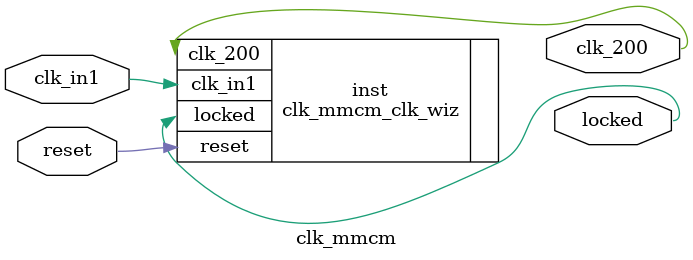
<source format=v>



`timescale 1ps/1ps

(* CORE_GENERATION_INFO = "clk_mmcm,clk_wiz_v6_0_10_0_0,{component_name=clk_mmcm,use_phase_alignment=true,use_min_o_jitter=false,use_max_i_jitter=false,use_dyn_phase_shift=false,use_inclk_switchover=false,use_dyn_reconfig=false,enable_axi=0,feedback_source=FDBK_AUTO,PRIMITIVE=MMCM,num_out_clk=1,clkin1_period=10.000,clkin2_period=10.000,use_power_down=false,use_reset=true,use_locked=true,use_inclk_stopped=false,feedback_type=SINGLE,CLOCK_MGR_TYPE=NA,manual_override=false}" *)

module clk_mmcm 
 (
  // Clock out ports
  output        clk_200,
  // Status and control signals
  input         reset,
  output        locked,
 // Clock in ports
  input         clk_in1
 );

  clk_mmcm_clk_wiz inst
  (
  // Clock out ports  
  .clk_200(clk_200),
  // Status and control signals               
  .reset(reset), 
  .locked(locked),
 // Clock in ports
  .clk_in1(clk_in1)
  );

endmodule

</source>
